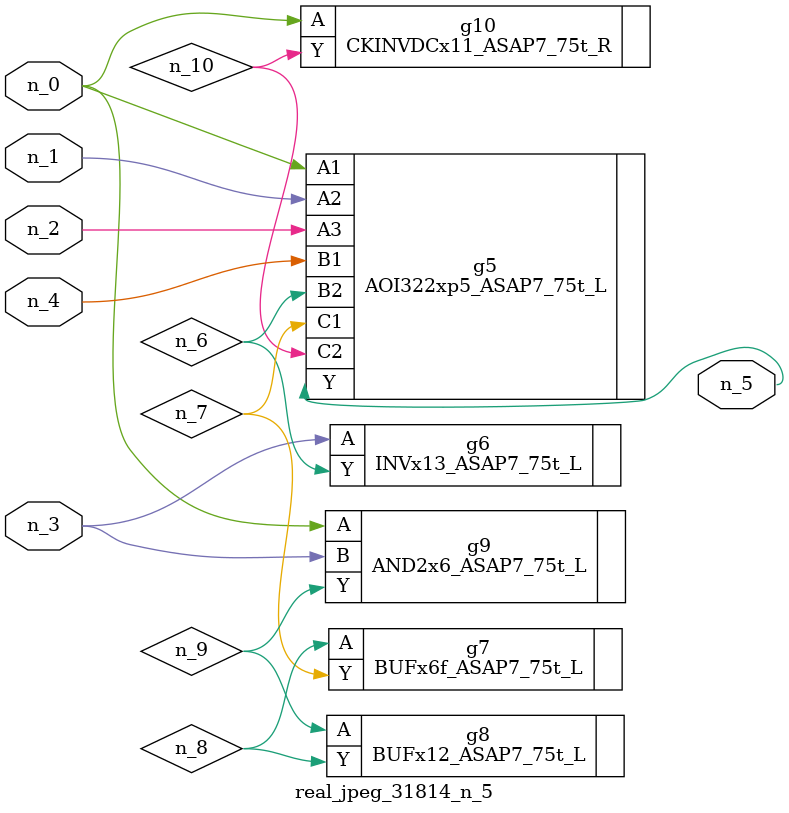
<source format=v>
module real_jpeg_31814_n_5 (n_4, n_0, n_1, n_2, n_3, n_5);

input n_4;
input n_0;
input n_1;
input n_2;
input n_3;

output n_5;

wire n_8;
wire n_6;
wire n_7;
wire n_10;
wire n_9;

AOI322xp5_ASAP7_75t_L g5 ( 
.A1(n_0),
.A2(n_1),
.A3(n_2),
.B1(n_4),
.B2(n_6),
.C1(n_7),
.C2(n_10),
.Y(n_5)
);

AND2x6_ASAP7_75t_L g9 ( 
.A(n_0),
.B(n_3),
.Y(n_9)
);

CKINVDCx11_ASAP7_75t_R g10 ( 
.A(n_0),
.Y(n_10)
);

INVx13_ASAP7_75t_L g6 ( 
.A(n_3),
.Y(n_6)
);

BUFx6f_ASAP7_75t_L g7 ( 
.A(n_8),
.Y(n_7)
);

BUFx12_ASAP7_75t_L g8 ( 
.A(n_9),
.Y(n_8)
);


endmodule
</source>
